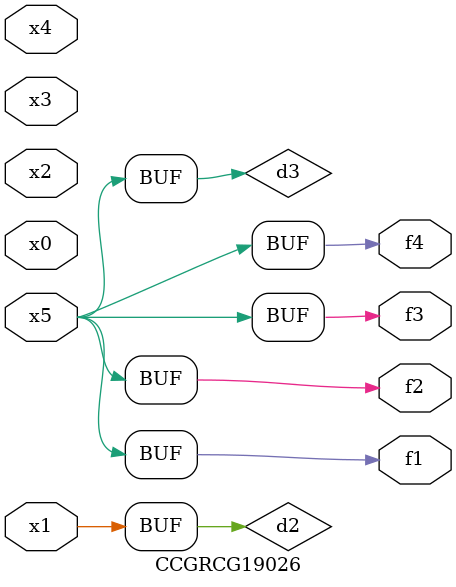
<source format=v>
module CCGRCG19026(
	input x0, x1, x2, x3, x4, x5,
	output f1, f2, f3, f4
);

	wire d1, d2, d3;

	not (d1, x5);
	or (d2, x1);
	xnor (d3, d1);
	assign f1 = d3;
	assign f2 = d3;
	assign f3 = d3;
	assign f4 = d3;
endmodule

</source>
